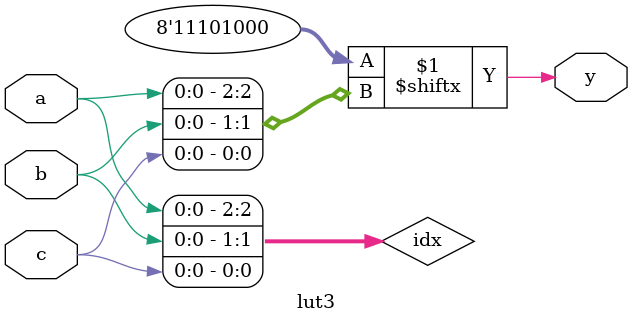
<source format=v>
`timescale 1ns/1ps

module lut3 #(
    // Truth table for Y indexed by {A,B,C} as a 3-bit number.
    // Default example: Y = majority(A,B,C)
    // index:  ABC
    //   0:   000 -> 0
    //   1:   001 -> 0
    //   2:   010 -> 0
    //   3:   011 -> 1
    //   4:   100 -> 0
    //   5:   101 -> 1
    //   6:   110 -> 1
    //   7:   111 -> 1
    parameter [7:0] LUT = 8'b1110_1000
)(
    input  wire a,
    input  wire b,
    input  wire c,
    output wire y
);
    wire [2:0] idx = {a,b,c};
    assign y = LUT[idx];
endmodule

</source>
